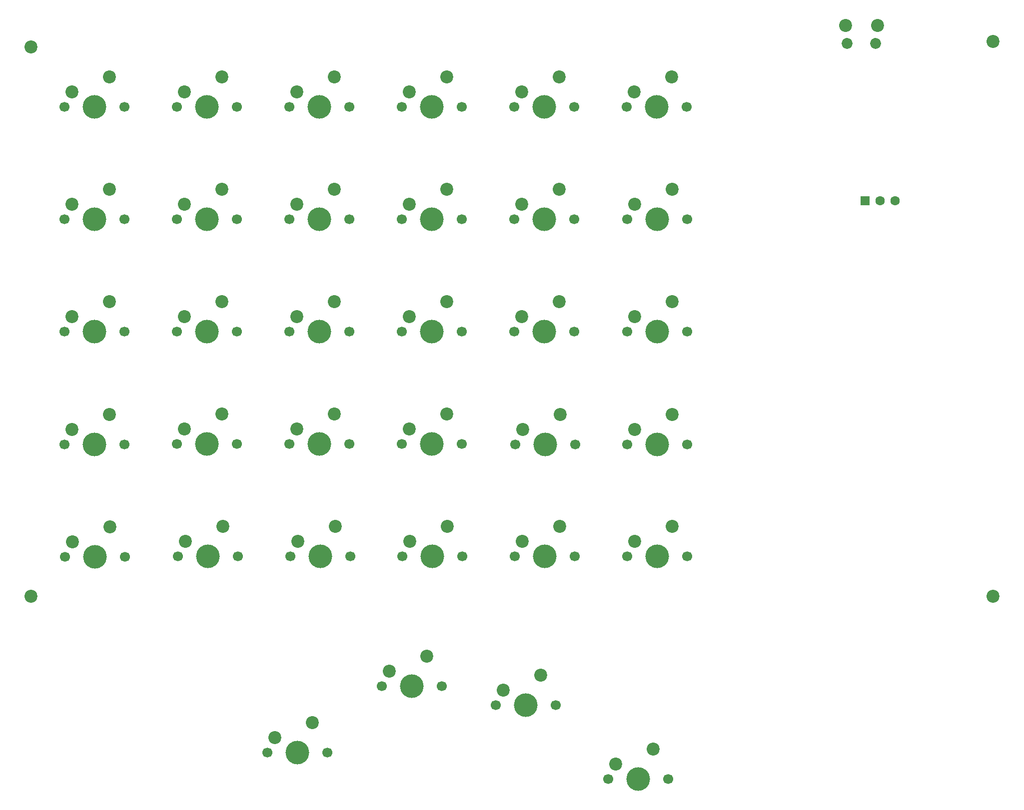
<source format=gbr>
%TF.GenerationSoftware,KiCad,Pcbnew,9.0.6*%
%TF.CreationDate,2026-01-10T21:08:18+05:30*%
%TF.ProjectId,pcb,7063622e-6b69-4636-9164-5f7063625858,rev?*%
%TF.SameCoordinates,Original*%
%TF.FileFunction,Soldermask,Bot*%
%TF.FilePolarity,Negative*%
%FSLAX46Y46*%
G04 Gerber Fmt 4.6, Leading zero omitted, Abs format (unit mm)*
G04 Created by KiCad (PCBNEW 9.0.6) date 2026-01-10 21:08:18*
%MOMM*%
%LPD*%
G01*
G04 APERTURE LIST*
G04 Aperture macros list*
%AMRoundRect*
0 Rectangle with rounded corners*
0 $1 Rounding radius*
0 $2 $3 $4 $5 $6 $7 $8 $9 X,Y pos of 4 corners*
0 Add a 4 corners polygon primitive as box body*
4,1,4,$2,$3,$4,$5,$6,$7,$8,$9,$2,$3,0*
0 Add four circle primitives for the rounded corners*
1,1,$1+$1,$2,$3*
1,1,$1+$1,$4,$5*
1,1,$1+$1,$6,$7*
1,1,$1+$1,$8,$9*
0 Add four rect primitives between the rounded corners*
20,1,$1+$1,$2,$3,$4,$5,0*
20,1,$1+$1,$4,$5,$6,$7,0*
20,1,$1+$1,$6,$7,$8,$9,0*
20,1,$1+$1,$8,$9,$2,$3,0*%
G04 Aperture macros list end*
%ADD10C,1.700000*%
%ADD11C,4.000000*%
%ADD12C,2.200000*%
%ADD13C,1.850000*%
%ADD14RoundRect,0.200000X-0.600000X-0.600000X0.600000X-0.600000X0.600000X0.600000X-0.600000X0.600000X0*%
%ADD15C,1.600000*%
G04 APERTURE END LIST*
D10*
%TO.C,SW17*%
X134920000Y-71175000D03*
D11*
X140000000Y-71175000D03*
D10*
X145080000Y-71175000D03*
D12*
X142540000Y-66095000D03*
X136190000Y-68635000D03*
%TD*%
D10*
%TO.C,SW24*%
X154020000Y-90300000D03*
D11*
X159100000Y-90300000D03*
D10*
X164180000Y-90300000D03*
D12*
X161640000Y-85220000D03*
X155290000Y-87760000D03*
%TD*%
D10*
%TO.C,SW25*%
X58740000Y-109350000D03*
D11*
X63820000Y-109350000D03*
D10*
X68900000Y-109350000D03*
D12*
X66360000Y-104270000D03*
X60010000Y-106810000D03*
%TD*%
D10*
%TO.C,SW9*%
X96755000Y-52125000D03*
D11*
X101835000Y-52125000D03*
D10*
X106915000Y-52125000D03*
D12*
X104375000Y-47045000D03*
X98025000Y-49585000D03*
%TD*%
D10*
%TO.C,SW8*%
X77770000Y-52120000D03*
D11*
X82850000Y-52120000D03*
D10*
X87930000Y-52120000D03*
D12*
X85390000Y-47040000D03*
X79040000Y-49580000D03*
%TD*%
D10*
%TO.C,SW29*%
X134990000Y-109300000D03*
D11*
X140070000Y-109300000D03*
D10*
X145150000Y-109300000D03*
D12*
X142610000Y-104220000D03*
X136260000Y-106760000D03*
%TD*%
D10*
%TO.C,SW27*%
X96940000Y-109300000D03*
D11*
X102020000Y-109300000D03*
D10*
X107100000Y-109300000D03*
D12*
X104560000Y-104220000D03*
X98210000Y-106760000D03*
%TD*%
D10*
%TO.C,SW7*%
X58690000Y-52130000D03*
D11*
X63770000Y-52130000D03*
D10*
X68850000Y-52130000D03*
D12*
X66310000Y-47050000D03*
X59960000Y-49590000D03*
%TD*%
D10*
%TO.C,SW19*%
X58690000Y-90260000D03*
D11*
X63770000Y-90260000D03*
D10*
X68850000Y-90260000D03*
D12*
X66310000Y-85180000D03*
X59960000Y-87720000D03*
%TD*%
%TO.C,REF\u002A\u002A*%
X216000000Y-22000000D03*
%TD*%
%TO.C,REF\u002A\u002A*%
X53000000Y-22865000D03*
%TD*%
D10*
%TO.C,SW4*%
X115810000Y-33070000D03*
D11*
X120890000Y-33070000D03*
D10*
X125970000Y-33070000D03*
D12*
X123430000Y-27990000D03*
X117080000Y-30530000D03*
%TD*%
D10*
%TO.C,SW26*%
X77940000Y-109300000D03*
D11*
X83020000Y-109300000D03*
D10*
X88100000Y-109300000D03*
D12*
X85560000Y-104220000D03*
X79210000Y-106760000D03*
%TD*%
D10*
%TO.C,SW18*%
X154020000Y-71180000D03*
D11*
X159100000Y-71180000D03*
D10*
X164180000Y-71180000D03*
D12*
X161640000Y-66100000D03*
X155290000Y-68640000D03*
%TD*%
D10*
%TO.C,SW11*%
X134895000Y-52125000D03*
D11*
X139975000Y-52125000D03*
D10*
X145055000Y-52125000D03*
D12*
X142515000Y-47045000D03*
X136165000Y-49585000D03*
%TD*%
D10*
%TO.C,SW31*%
X93030000Y-142540000D03*
D11*
X98110000Y-142540000D03*
D10*
X103190000Y-142540000D03*
D12*
X100650000Y-137460000D03*
X94300000Y-140000000D03*
%TD*%
D10*
%TO.C,SW13*%
X58680000Y-71165000D03*
D11*
X63760000Y-71165000D03*
D10*
X68840000Y-71165000D03*
D12*
X66300000Y-66085000D03*
X59950000Y-68625000D03*
%TD*%
D10*
%TO.C,SW32*%
X112470000Y-131300000D03*
D11*
X117550000Y-131300000D03*
D10*
X122630000Y-131300000D03*
D12*
X120090000Y-126220000D03*
X113740000Y-128760000D03*
%TD*%
D10*
%TO.C,SW3*%
X96770000Y-33070000D03*
D11*
X101850000Y-33070000D03*
D10*
X106930000Y-33070000D03*
D12*
X104390000Y-27990000D03*
X98040000Y-30530000D03*
%TD*%
D10*
%TO.C,SW5*%
X134890000Y-33070000D03*
D11*
X139970000Y-33070000D03*
D10*
X145050000Y-33070000D03*
D12*
X142510000Y-27990000D03*
X136160000Y-30530000D03*
%TD*%
D10*
%TO.C,SW1*%
X58700000Y-33070000D03*
D11*
X63780000Y-33070000D03*
D10*
X68860000Y-33070000D03*
D12*
X66320000Y-27990000D03*
X59970000Y-30530000D03*
%TD*%
D10*
%TO.C,SW34*%
X150770000Y-147000000D03*
D11*
X155850000Y-147000000D03*
D10*
X160930000Y-147000000D03*
D12*
X158390000Y-141920000D03*
X152040000Y-144460000D03*
%TD*%
D10*
%TO.C,SW22*%
X115830000Y-90190000D03*
D11*
X120910000Y-90190000D03*
D10*
X125990000Y-90190000D03*
D12*
X123450000Y-85110000D03*
X117100000Y-87650000D03*
%TD*%
%TO.C,REF\u002A\u002A*%
X216000000Y-116000000D03*
%TD*%
D10*
%TO.C,SW15*%
X96805000Y-71180000D03*
D11*
X101885000Y-71180000D03*
D10*
X106965000Y-71180000D03*
D12*
X104425000Y-66100000D03*
X98075000Y-68640000D03*
%TD*%
D10*
%TO.C,SW23*%
X135020000Y-90300000D03*
D11*
X140100000Y-90300000D03*
D10*
X145180000Y-90300000D03*
D12*
X142640000Y-85220000D03*
X136290000Y-87760000D03*
%TD*%
D10*
%TO.C,SW30*%
X154020000Y-109300000D03*
D11*
X159100000Y-109300000D03*
D10*
X164180000Y-109300000D03*
D12*
X161640000Y-104220000D03*
X155290000Y-106760000D03*
%TD*%
D10*
%TO.C,SW2*%
X77730000Y-33070000D03*
D11*
X82810000Y-33070000D03*
D10*
X87890000Y-33070000D03*
D12*
X85350000Y-27990000D03*
X79000000Y-30530000D03*
%TD*%
D10*
%TO.C,SW20*%
X77750000Y-90230000D03*
D11*
X82830000Y-90230000D03*
D10*
X87910000Y-90230000D03*
D12*
X85370000Y-85150000D03*
X79020000Y-87690000D03*
%TD*%
D10*
%TO.C,SW21*%
X96830000Y-90190000D03*
D11*
X101910000Y-90190000D03*
D10*
X106990000Y-90190000D03*
D12*
X104450000Y-85110000D03*
X98100000Y-87650000D03*
%TD*%
%TO.C,A1*%
X190995000Y-19255000D03*
D13*
X191295000Y-22285000D03*
X196145000Y-22285000D03*
D12*
X196445000Y-19255000D03*
D14*
X194304100Y-48955000D03*
D15*
X196844100Y-48955000D03*
X199384100Y-48955000D03*
%TD*%
D10*
%TO.C,SW10*%
X115805000Y-52125000D03*
D11*
X120885000Y-52125000D03*
D10*
X125965000Y-52125000D03*
D12*
X123425000Y-47045000D03*
X117075000Y-49585000D03*
%TD*%
D10*
%TO.C,SW16*%
X115840000Y-71175000D03*
D11*
X120920000Y-71175000D03*
D10*
X126000000Y-71175000D03*
D12*
X123460000Y-66095000D03*
X117110000Y-68635000D03*
%TD*%
D10*
%TO.C,SW33*%
X131720000Y-134450000D03*
D11*
X136800000Y-134450000D03*
D10*
X141880000Y-134450000D03*
D12*
X139340000Y-129370000D03*
X132990000Y-131910000D03*
%TD*%
D10*
%TO.C,SW14*%
X77765000Y-71175000D03*
D11*
X82845000Y-71175000D03*
D10*
X87925000Y-71175000D03*
D12*
X85385000Y-66095000D03*
X79035000Y-68635000D03*
%TD*%
D10*
%TO.C,SW28*%
X115940000Y-109300000D03*
D11*
X121020000Y-109300000D03*
D10*
X126100000Y-109300000D03*
D12*
X123560000Y-104220000D03*
X117210000Y-106760000D03*
%TD*%
%TO.C,REF\u002A\u002A*%
X53000000Y-116000000D03*
%TD*%
D10*
%TO.C,SW6*%
X153960000Y-33070000D03*
D11*
X159040000Y-33070000D03*
D10*
X164120000Y-33070000D03*
D12*
X161580000Y-27990000D03*
X155230000Y-30530000D03*
%TD*%
D10*
%TO.C,SW12*%
X154000000Y-52150000D03*
D11*
X159080000Y-52150000D03*
D10*
X164160000Y-52150000D03*
D12*
X161620000Y-47070000D03*
X155270000Y-49610000D03*
%TD*%
M02*

</source>
